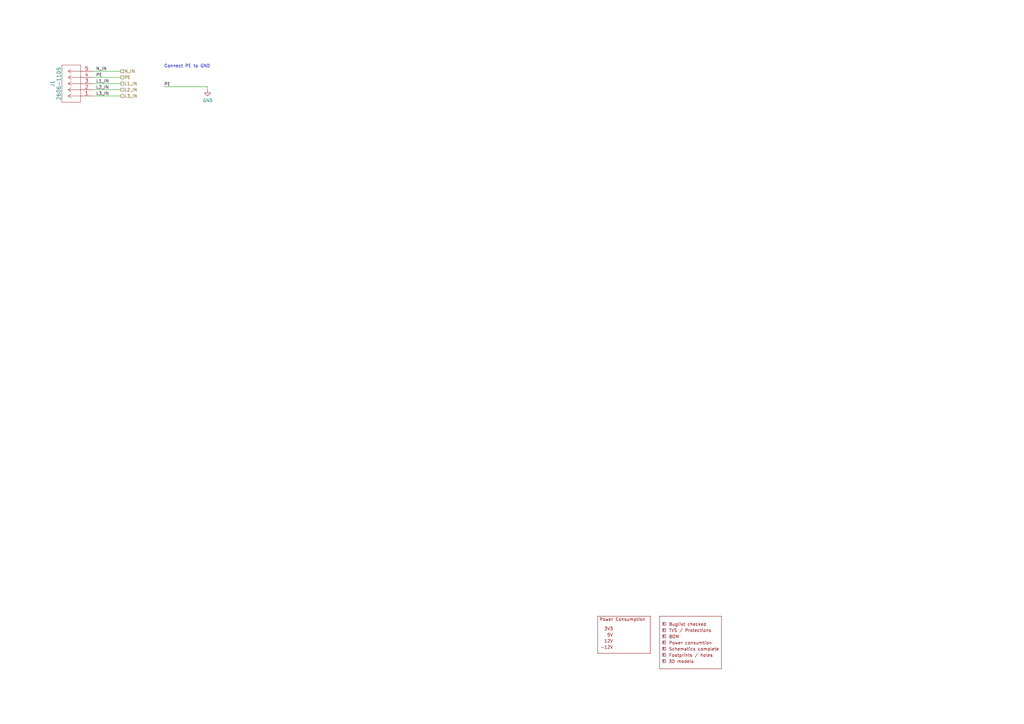
<source format=kicad_sch>
(kicad_sch (version 20211123) (generator eeschema)
  (paper "A3")
  (title_block (title "Yeti Board") (date "2021-05-14") (rev "02") (company "Pionix GmbH") (comment 1 "Cornelius Claussen"))
  (lib_symbols
    (symbol "ev-devboard:2606-1105" (pin_names (offset 0.254) hide)
      (property "Reference" "J" (at 5.08 8.89 0))
      (property "Value" "2606-1105" (at -5.08 -10.16 0))
      (symbol "2606-1105_1_1"
        (polyline (pts (xy -1.27 -7.62) (xy 6.35 -7.62)) (stroke (width 0.127)))
        (polyline (pts (xy -1.27 7.62) (xy -1.27 -7.62)) (stroke (width 0.127)))
        (polyline (pts (xy 3.81 -5.08) (xy -1.27 -5.08)) (stroke (width 0.127)))
        (polyline (pts (xy 3.81 -5.08) (xy 2.54 -5.9182)) (stroke (width 0.127)))
        (polyline (pts (xy 3.81 -5.08) (xy 2.54 -4.2418)) (stroke (width 0.127)))
        (polyline (pts (xy 3.81 -2.54) (xy -1.27 -2.54)) (stroke (width 0.127)))
        (polyline (pts (xy 3.81 -2.54) (xy 2.54 -3.3782)) (stroke (width 0.127)))
        (polyline (pts (xy 3.81 -2.54) (xy 2.54 -1.7018)) (stroke (width 0.127)))
        (polyline (pts (xy 3.81 0) (xy -1.27 0)) (stroke (width 0.127)))
        (polyline (pts (xy 3.81 0) (xy 2.54 -0.8382)) (stroke (width 0.127)))
        (polyline (pts (xy 3.81 0) (xy 2.54 0.8382)) (stroke (width 0.127)))
        (polyline (pts (xy 3.81 2.54) (xy -1.27 2.54)) (stroke (width 0.127)))
        (polyline (pts (xy 3.81 2.54) (xy 2.54 1.7018)) (stroke (width 0.127)))
        (polyline (pts (xy 3.81 2.54) (xy 2.54 3.3782)) (stroke (width 0.127)))
        (polyline (pts (xy 3.81 5.08) (xy -1.27 5.08)) (stroke (width 0.127)))
        (polyline (pts (xy 3.81 5.08) (xy 2.54 4.2418)) (stroke (width 0.127)))
        (polyline (pts (xy 3.81 5.08) (xy 2.54 5.9182)) (stroke (width 0.127)))
        (polyline (pts (xy 6.35 -7.62) (xy 6.35 7.62)) (stroke (width 0.127)))
        (polyline (pts (xy 6.35 7.62) (xy -1.27 7.62)) (stroke (width 0.127)))
        (pin passive line (at -6.35 5.08 0) (length 5.08) (name "1") (number "1"))
        (pin passive line (at -6.35 2.54 0) (length 5.08) (name "2") (number "2"))
        (pin passive line (at -6.35 0 0) (length 5.08) (name "3") (number "3"))
        (pin passive line (at -6.35 -2.54 0) (length 5.08) (name "4") (number "4"))
        (pin passive line (at -6.35 -5.08 0) (length 5.08) (name "5") (number "5"))
      )
    )
    (symbol "ev-devboard:CHECKLIST" (pin_numbers hide) (pin_names (offset 0) hide)
      (symbol "CHECKLIST_0_0"
        (rectangle (start -11.43 10.16) (end 13.97 -11.43))
        (rectangle (start -10.16 7.62) (end -8.89 6.35))
        (text "3D models" (at -2.54 -7.62 0) (effects (font (size 1.27 1.27)) (justify top)))
        (text "BOM" (at -7.62 2.54 0) (effects (font (size 1.27 1.27)) (justify left top)))
        (text "Buglist checked" (at -7.62 7.62 0) (effects (font (size 1.27 1.27)) (justify left top)))
        (text "Footprints / holes" (at -7.62 -5.08 0) (effects (font (size 1.27 1.27)) (justify left top)))
        (text "Power consumtion" (at -7.62 0 0) (effects (font (size 1.27 1.27)) (justify left top)))
        (text "Schematics complete" (at -7.62 -2.54 0) (effects (font (size 1.27 1.27)) (justify left top)))
        (text "TVS / Protections" (at -7.62 5.08 0) (effects (font (size 1.27 1.27)) (justify left top)))
      )
      (symbol "CHECKLIST_1_1"
        (rectangle (start -10.16 -7.62) (end -8.89 -8.89))
        (rectangle (start -10.16 -5.08) (end -8.89 -6.35))
        (rectangle (start -10.16 -2.54) (end -8.89 -3.81))
        (rectangle (start -10.16 0) (end -8.89 -1.27))
        (rectangle (start -10.16 2.54) (end -8.89 1.27))
        (rectangle (start -10.16 5.08) (end -8.89 3.81))
      )
    )
    (symbol "ev-devboard:POWERCONSUMPTION" (pin_names (offset 1.016))
      (symbol "POWERCONSUMPTION_0_0"
        (rectangle (start -10.16 7.62) (end 11.43 -7.62))
        (text "-12V" (at -3.81 -5.08 0) (effects (font (size 1.27 1.27)) (justify right)))
        (text "12V" (at -3.81 -2.54 0) (effects (font (size 1.27 1.27)) (justify right)))
        (text "3V3" (at -3.81 2.54 0) (effects (font (size 1.27 1.27)) (justify right)))
        (text "5V" (at -3.81 0 0) (effects (font (size 1.27 1.27)) (justify right)))
        (text "Power Consumption" (at 0 6.35 0) (effects (font (size 1.27 1.27))))
      )
    )
    (symbol "power:GND" (power) (pin_names (offset 0))
      (property "Value" "GND" (at 0 -3.81 0))
      (symbol "GND_0_1"
        (polyline (pts (xy 0 0) (xy 0 -1.27) (xy 1.27 -1.27) (xy 0 -2.54) (xy -1.27 -1.27) (xy 0 -1.27)))
      )
      (symbol "GND_1_1"
        (pin power_in line (at 0 0 270) (length 0) hide (name "GND") (number "1"))
      )
    )
  )
  (wire (pts (xy 38.1 36.83) (xy 49.53 36.83)))
  (wire (pts (xy 67.31 35.56) (xy 85.09 35.56)))
  (wire (pts (xy 38.1 31.75) (xy 49.53 31.75)))
  (wire (pts (xy 38.1 39.37) (xy 49.53 39.37)))
  (wire (pts (xy 38.1 29.21) (xy 49.53 29.21)))
  (wire (pts (xy 38.1 34.29) (xy 49.53 34.29)))
  (wire (pts (xy 85.09 35.56) (xy 85.09 36.83)))
  (text "X" (at 271.78 261.62 0) (effects (font (size 0.762 0.762)) (justify left bottom)))
  (text "X" (at 271.78 269.24 0) (effects (font (size 0.762 0.762)) (justify left bottom)))
  (text "X" (at 271.78 256.54 0) (effects (font (size 0.762 0.762)) (justify left bottom)))
  (text "X" (at 271.78 259.08 0) (effects (font (size 0.762 0.762)) (justify left bottom)))
  (text "X" (at 271.78 271.78 0) (effects (font (size 0.762 0.762)) (justify left bottom)))
  (text "Connect PE to GND" (at 67.31 27.94 0) (effects (font (size 1.27 1.27)) (justify left bottom)))
  (text "X" (at 271.78 266.7 0) (effects (font (size 0.762 0.762)) (justify left bottom)))
  (text "X" (at 271.78 264.16 0) (effects (font (size 0.762 0.762)) (justify left bottom)))
  (label "L2_IN" (at 39.37 36.83 0))
  (label "PE" (at 67.31 35.56 0))
  (label "L3_IN" (at 39.37 39.37 0))
  (label "L1_IN" (at 39.37 34.29 0))
  (label "PE" (at 39.37 31.75 0))
  (label "N_IN" (at 39.37 29.21 0))
  (hierarchical_label "L2_IN" (shape passive) (at 49.53 36.83 0))
  (hierarchical_label "N_IN" (shape passive) (at 49.53 29.21 0))
  (hierarchical_label "PE" (shape passive) (at 49.53 31.75 0))
  (hierarchical_label "L1_IN" (shape passive) (at 49.53 34.29 0))
  (hierarchical_label "L3_IN" (shape passive) (at 49.53 39.37 0))
  (symbol (lib_id "power:GND") (at 85.09 36.83 0) (unit 1)
    (property "Reference" "#PWR01" (effects hide))
    (property "Value" "GND" (at 85.217 41.2242 0))
  )
  (symbol (lib_id "ev-devboard:2606-1105") (at 31.75 34.29 180) (unit 1)
    (property "Reference" "J1" (at 21.59 34.29 90) (effects (font (size 1.524 1.524))))
    (property "Value" "2606-1105" (at 24.13 34.29 90) (effects (font (size 1.524 1.524))))
    (property "Footprint" "ev-devboard:2606-1105_increased_creepage" (effects hide))
    (property "MPN" "2606-1105" (effects hide))
    (property "Manufacturer" "WAGO" (effects hide))
  )
  (symbol (lib_id "ev-devboard:POWERCONSUMPTION") (at 255.27 260.35 0) (unit 1)
    (property "Reference" "#NONE1" (effects hide))
    (property "Value" "POWERCONSUMPTION" (effects hide))
  )
  (symbol (lib_id "ev-devboard:CHECKLIST") (at 281.94 262.89 0) (unit 1)
    (property "Reference" "#NONE2" (effects hide))
    (property "Value" "CHECKLIST" (effects hide))
  )
)
</source>
